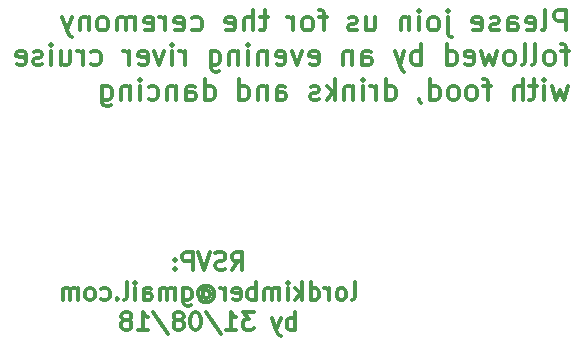
<source format=gbr>
G04 #@! TF.FileFunction,Legend,Bot*
%FSLAX46Y46*%
G04 Gerber Fmt 4.6, Leading zero omitted, Abs format (unit mm)*
G04 Created by KiCad (PCBNEW 4.0.7-e2-6376~58~ubuntu16.04.1) date Wed Jun 13 19:58:53 2018*
%MOMM*%
%LPD*%
G01*
G04 APERTURE LIST*
%ADD10C,0.100000*%
%ADD11C,0.300000*%
G04 APERTURE END LIST*
D10*
D11*
X149510499Y-106142071D02*
X150010499Y-105427786D01*
X150367642Y-106142071D02*
X150367642Y-104642071D01*
X149796214Y-104642071D01*
X149653356Y-104713500D01*
X149581928Y-104784929D01*
X149510499Y-104927786D01*
X149510499Y-105142071D01*
X149581928Y-105284929D01*
X149653356Y-105356357D01*
X149796214Y-105427786D01*
X150367642Y-105427786D01*
X148939071Y-106070643D02*
X148724785Y-106142071D01*
X148367642Y-106142071D01*
X148224785Y-106070643D01*
X148153356Y-105999214D01*
X148081928Y-105856357D01*
X148081928Y-105713500D01*
X148153356Y-105570643D01*
X148224785Y-105499214D01*
X148367642Y-105427786D01*
X148653356Y-105356357D01*
X148796214Y-105284929D01*
X148867642Y-105213500D01*
X148939071Y-105070643D01*
X148939071Y-104927786D01*
X148867642Y-104784929D01*
X148796214Y-104713500D01*
X148653356Y-104642071D01*
X148296214Y-104642071D01*
X148081928Y-104713500D01*
X147653357Y-104642071D02*
X147153357Y-106142071D01*
X146653357Y-104642071D01*
X146153357Y-106142071D02*
X146153357Y-104642071D01*
X145581929Y-104642071D01*
X145439071Y-104713500D01*
X145367643Y-104784929D01*
X145296214Y-104927786D01*
X145296214Y-105142071D01*
X145367643Y-105284929D01*
X145439071Y-105356357D01*
X145581929Y-105427786D01*
X146153357Y-105427786D01*
X144653357Y-105999214D02*
X144581929Y-106070643D01*
X144653357Y-106142071D01*
X144724786Y-106070643D01*
X144653357Y-105999214D01*
X144653357Y-106142071D01*
X144653357Y-105213500D02*
X144581929Y-105284929D01*
X144653357Y-105356357D01*
X144724786Y-105284929D01*
X144653357Y-105213500D01*
X144653357Y-105356357D01*
X159653356Y-108692071D02*
X159796214Y-108620643D01*
X159867642Y-108477786D01*
X159867642Y-107192071D01*
X158867642Y-108692071D02*
X159010500Y-108620643D01*
X159081928Y-108549214D01*
X159153357Y-108406357D01*
X159153357Y-107977786D01*
X159081928Y-107834929D01*
X159010500Y-107763500D01*
X158867642Y-107692071D01*
X158653357Y-107692071D01*
X158510500Y-107763500D01*
X158439071Y-107834929D01*
X158367642Y-107977786D01*
X158367642Y-108406357D01*
X158439071Y-108549214D01*
X158510500Y-108620643D01*
X158653357Y-108692071D01*
X158867642Y-108692071D01*
X157724785Y-108692071D02*
X157724785Y-107692071D01*
X157724785Y-107977786D02*
X157653357Y-107834929D01*
X157581928Y-107763500D01*
X157439071Y-107692071D01*
X157296214Y-107692071D01*
X156153357Y-108692071D02*
X156153357Y-107192071D01*
X156153357Y-108620643D02*
X156296214Y-108692071D01*
X156581928Y-108692071D01*
X156724786Y-108620643D01*
X156796214Y-108549214D01*
X156867643Y-108406357D01*
X156867643Y-107977786D01*
X156796214Y-107834929D01*
X156724786Y-107763500D01*
X156581928Y-107692071D01*
X156296214Y-107692071D01*
X156153357Y-107763500D01*
X155439071Y-108692071D02*
X155439071Y-107192071D01*
X155296214Y-108120643D02*
X154867643Y-108692071D01*
X154867643Y-107692071D02*
X155439071Y-108263500D01*
X154224785Y-108692071D02*
X154224785Y-107692071D01*
X154224785Y-107192071D02*
X154296214Y-107263500D01*
X154224785Y-107334929D01*
X154153357Y-107263500D01*
X154224785Y-107192071D01*
X154224785Y-107334929D01*
X153510499Y-108692071D02*
X153510499Y-107692071D01*
X153510499Y-107834929D02*
X153439071Y-107763500D01*
X153296213Y-107692071D01*
X153081928Y-107692071D01*
X152939071Y-107763500D01*
X152867642Y-107906357D01*
X152867642Y-108692071D01*
X152867642Y-107906357D02*
X152796213Y-107763500D01*
X152653356Y-107692071D01*
X152439071Y-107692071D01*
X152296213Y-107763500D01*
X152224785Y-107906357D01*
X152224785Y-108692071D01*
X151510499Y-108692071D02*
X151510499Y-107192071D01*
X151510499Y-107763500D02*
X151367642Y-107692071D01*
X151081928Y-107692071D01*
X150939071Y-107763500D01*
X150867642Y-107834929D01*
X150796213Y-107977786D01*
X150796213Y-108406357D01*
X150867642Y-108549214D01*
X150939071Y-108620643D01*
X151081928Y-108692071D01*
X151367642Y-108692071D01*
X151510499Y-108620643D01*
X149581928Y-108620643D02*
X149724785Y-108692071D01*
X150010499Y-108692071D01*
X150153356Y-108620643D01*
X150224785Y-108477786D01*
X150224785Y-107906357D01*
X150153356Y-107763500D01*
X150010499Y-107692071D01*
X149724785Y-107692071D01*
X149581928Y-107763500D01*
X149510499Y-107906357D01*
X149510499Y-108049214D01*
X150224785Y-108192071D01*
X148867642Y-108692071D02*
X148867642Y-107692071D01*
X148867642Y-107977786D02*
X148796214Y-107834929D01*
X148724785Y-107763500D01*
X148581928Y-107692071D01*
X148439071Y-107692071D01*
X147010500Y-107977786D02*
X147081928Y-107906357D01*
X147224785Y-107834929D01*
X147367643Y-107834929D01*
X147510500Y-107906357D01*
X147581928Y-107977786D01*
X147653357Y-108120643D01*
X147653357Y-108263500D01*
X147581928Y-108406357D01*
X147510500Y-108477786D01*
X147367643Y-108549214D01*
X147224785Y-108549214D01*
X147081928Y-108477786D01*
X147010500Y-108406357D01*
X147010500Y-107834929D02*
X147010500Y-108406357D01*
X146939071Y-108477786D01*
X146867643Y-108477786D01*
X146724785Y-108406357D01*
X146653357Y-108263500D01*
X146653357Y-107906357D01*
X146796214Y-107692071D01*
X147010500Y-107549214D01*
X147296214Y-107477786D01*
X147581928Y-107549214D01*
X147796214Y-107692071D01*
X147939071Y-107906357D01*
X148010500Y-108192071D01*
X147939071Y-108477786D01*
X147796214Y-108692071D01*
X147581928Y-108834929D01*
X147296214Y-108906357D01*
X147010500Y-108834929D01*
X146796214Y-108692071D01*
X145367643Y-107692071D02*
X145367643Y-108906357D01*
X145439072Y-109049214D01*
X145510500Y-109120643D01*
X145653357Y-109192071D01*
X145867643Y-109192071D01*
X146010500Y-109120643D01*
X145367643Y-108620643D02*
X145510500Y-108692071D01*
X145796214Y-108692071D01*
X145939072Y-108620643D01*
X146010500Y-108549214D01*
X146081929Y-108406357D01*
X146081929Y-107977786D01*
X146010500Y-107834929D01*
X145939072Y-107763500D01*
X145796214Y-107692071D01*
X145510500Y-107692071D01*
X145367643Y-107763500D01*
X144653357Y-108692071D02*
X144653357Y-107692071D01*
X144653357Y-107834929D02*
X144581929Y-107763500D01*
X144439071Y-107692071D01*
X144224786Y-107692071D01*
X144081929Y-107763500D01*
X144010500Y-107906357D01*
X144010500Y-108692071D01*
X144010500Y-107906357D02*
X143939071Y-107763500D01*
X143796214Y-107692071D01*
X143581929Y-107692071D01*
X143439071Y-107763500D01*
X143367643Y-107906357D01*
X143367643Y-108692071D01*
X142010500Y-108692071D02*
X142010500Y-107906357D01*
X142081929Y-107763500D01*
X142224786Y-107692071D01*
X142510500Y-107692071D01*
X142653357Y-107763500D01*
X142010500Y-108620643D02*
X142153357Y-108692071D01*
X142510500Y-108692071D01*
X142653357Y-108620643D01*
X142724786Y-108477786D01*
X142724786Y-108334929D01*
X142653357Y-108192071D01*
X142510500Y-108120643D01*
X142153357Y-108120643D01*
X142010500Y-108049214D01*
X141296214Y-108692071D02*
X141296214Y-107692071D01*
X141296214Y-107192071D02*
X141367643Y-107263500D01*
X141296214Y-107334929D01*
X141224786Y-107263500D01*
X141296214Y-107192071D01*
X141296214Y-107334929D01*
X140367642Y-108692071D02*
X140510500Y-108620643D01*
X140581928Y-108477786D01*
X140581928Y-107192071D01*
X139796214Y-108549214D02*
X139724786Y-108620643D01*
X139796214Y-108692071D01*
X139867643Y-108620643D01*
X139796214Y-108549214D01*
X139796214Y-108692071D01*
X138439071Y-108620643D02*
X138581928Y-108692071D01*
X138867642Y-108692071D01*
X139010500Y-108620643D01*
X139081928Y-108549214D01*
X139153357Y-108406357D01*
X139153357Y-107977786D01*
X139081928Y-107834929D01*
X139010500Y-107763500D01*
X138867642Y-107692071D01*
X138581928Y-107692071D01*
X138439071Y-107763500D01*
X137581928Y-108692071D02*
X137724786Y-108620643D01*
X137796214Y-108549214D01*
X137867643Y-108406357D01*
X137867643Y-107977786D01*
X137796214Y-107834929D01*
X137724786Y-107763500D01*
X137581928Y-107692071D01*
X137367643Y-107692071D01*
X137224786Y-107763500D01*
X137153357Y-107834929D01*
X137081928Y-107977786D01*
X137081928Y-108406357D01*
X137153357Y-108549214D01*
X137224786Y-108620643D01*
X137367643Y-108692071D01*
X137581928Y-108692071D01*
X136439071Y-108692071D02*
X136439071Y-107692071D01*
X136439071Y-107834929D02*
X136367643Y-107763500D01*
X136224785Y-107692071D01*
X136010500Y-107692071D01*
X135867643Y-107763500D01*
X135796214Y-107906357D01*
X135796214Y-108692071D01*
X135796214Y-107906357D02*
X135724785Y-107763500D01*
X135581928Y-107692071D01*
X135367643Y-107692071D01*
X135224785Y-107763500D01*
X135153357Y-107906357D01*
X135153357Y-108692071D01*
X154831927Y-111242071D02*
X154831927Y-109742071D01*
X154831927Y-110313500D02*
X154689070Y-110242071D01*
X154403356Y-110242071D01*
X154260499Y-110313500D01*
X154189070Y-110384929D01*
X154117641Y-110527786D01*
X154117641Y-110956357D01*
X154189070Y-111099214D01*
X154260499Y-111170643D01*
X154403356Y-111242071D01*
X154689070Y-111242071D01*
X154831927Y-111170643D01*
X153617641Y-110242071D02*
X153260498Y-111242071D01*
X152903356Y-110242071D02*
X153260498Y-111242071D01*
X153403356Y-111599214D01*
X153474784Y-111670643D01*
X153617641Y-111742071D01*
X151331927Y-109742071D02*
X150403356Y-109742071D01*
X150903356Y-110313500D01*
X150689070Y-110313500D01*
X150546213Y-110384929D01*
X150474784Y-110456357D01*
X150403356Y-110599214D01*
X150403356Y-110956357D01*
X150474784Y-111099214D01*
X150546213Y-111170643D01*
X150689070Y-111242071D01*
X151117642Y-111242071D01*
X151260499Y-111170643D01*
X151331927Y-111099214D01*
X148974785Y-111242071D02*
X149831928Y-111242071D01*
X149403356Y-111242071D02*
X149403356Y-109742071D01*
X149546213Y-109956357D01*
X149689071Y-110099214D01*
X149831928Y-110170643D01*
X147260500Y-109670643D02*
X148546214Y-111599214D01*
X146474785Y-109742071D02*
X146331928Y-109742071D01*
X146189071Y-109813500D01*
X146117642Y-109884929D01*
X146046213Y-110027786D01*
X145974785Y-110313500D01*
X145974785Y-110670643D01*
X146046213Y-110956357D01*
X146117642Y-111099214D01*
X146189071Y-111170643D01*
X146331928Y-111242071D01*
X146474785Y-111242071D01*
X146617642Y-111170643D01*
X146689071Y-111099214D01*
X146760499Y-110956357D01*
X146831928Y-110670643D01*
X146831928Y-110313500D01*
X146760499Y-110027786D01*
X146689071Y-109884929D01*
X146617642Y-109813500D01*
X146474785Y-109742071D01*
X145117642Y-110384929D02*
X145260500Y-110313500D01*
X145331928Y-110242071D01*
X145403357Y-110099214D01*
X145403357Y-110027786D01*
X145331928Y-109884929D01*
X145260500Y-109813500D01*
X145117642Y-109742071D01*
X144831928Y-109742071D01*
X144689071Y-109813500D01*
X144617642Y-109884929D01*
X144546214Y-110027786D01*
X144546214Y-110099214D01*
X144617642Y-110242071D01*
X144689071Y-110313500D01*
X144831928Y-110384929D01*
X145117642Y-110384929D01*
X145260500Y-110456357D01*
X145331928Y-110527786D01*
X145403357Y-110670643D01*
X145403357Y-110956357D01*
X145331928Y-111099214D01*
X145260500Y-111170643D01*
X145117642Y-111242071D01*
X144831928Y-111242071D01*
X144689071Y-111170643D01*
X144617642Y-111099214D01*
X144546214Y-110956357D01*
X144546214Y-110670643D01*
X144617642Y-110527786D01*
X144689071Y-110456357D01*
X144831928Y-110384929D01*
X142831929Y-109670643D02*
X144117643Y-111599214D01*
X141546214Y-111242071D02*
X142403357Y-111242071D01*
X141974785Y-111242071D02*
X141974785Y-109742071D01*
X142117642Y-109956357D01*
X142260500Y-110099214D01*
X142403357Y-110170643D01*
X140689071Y-110384929D02*
X140831929Y-110313500D01*
X140903357Y-110242071D01*
X140974786Y-110099214D01*
X140974786Y-110027786D01*
X140903357Y-109884929D01*
X140831929Y-109813500D01*
X140689071Y-109742071D01*
X140403357Y-109742071D01*
X140260500Y-109813500D01*
X140189071Y-109884929D01*
X140117643Y-110027786D01*
X140117643Y-110099214D01*
X140189071Y-110242071D01*
X140260500Y-110313500D01*
X140403357Y-110384929D01*
X140689071Y-110384929D01*
X140831929Y-110456357D01*
X140903357Y-110527786D01*
X140974786Y-110670643D01*
X140974786Y-110956357D01*
X140903357Y-111099214D01*
X140831929Y-111170643D01*
X140689071Y-111242071D01*
X140403357Y-111242071D01*
X140260500Y-111170643D01*
X140189071Y-111099214D01*
X140117643Y-110956357D01*
X140117643Y-110670643D01*
X140189071Y-110527786D01*
X140260500Y-110456357D01*
X140403357Y-110384929D01*
X177764333Y-85877667D02*
X177764333Y-84127667D01*
X177097667Y-84127667D01*
X176931000Y-84211000D01*
X176847667Y-84294333D01*
X176764333Y-84461000D01*
X176764333Y-84711000D01*
X176847667Y-84877667D01*
X176931000Y-84961000D01*
X177097667Y-85044333D01*
X177764333Y-85044333D01*
X175764333Y-85877667D02*
X175931000Y-85794333D01*
X176014333Y-85627667D01*
X176014333Y-84127667D01*
X174431000Y-85794333D02*
X174597666Y-85877667D01*
X174931000Y-85877667D01*
X175097666Y-85794333D01*
X175181000Y-85627667D01*
X175181000Y-84961000D01*
X175097666Y-84794333D01*
X174931000Y-84711000D01*
X174597666Y-84711000D01*
X174431000Y-84794333D01*
X174347666Y-84961000D01*
X174347666Y-85127667D01*
X175181000Y-85294333D01*
X172847666Y-85877667D02*
X172847666Y-84961000D01*
X172931000Y-84794333D01*
X173097666Y-84711000D01*
X173431000Y-84711000D01*
X173597666Y-84794333D01*
X172847666Y-85794333D02*
X173014333Y-85877667D01*
X173431000Y-85877667D01*
X173597666Y-85794333D01*
X173681000Y-85627667D01*
X173681000Y-85461000D01*
X173597666Y-85294333D01*
X173431000Y-85211000D01*
X173014333Y-85211000D01*
X172847666Y-85127667D01*
X172097667Y-85794333D02*
X171931000Y-85877667D01*
X171597667Y-85877667D01*
X171431000Y-85794333D01*
X171347667Y-85627667D01*
X171347667Y-85544333D01*
X171431000Y-85377667D01*
X171597667Y-85294333D01*
X171847667Y-85294333D01*
X172014333Y-85211000D01*
X172097667Y-85044333D01*
X172097667Y-84961000D01*
X172014333Y-84794333D01*
X171847667Y-84711000D01*
X171597667Y-84711000D01*
X171431000Y-84794333D01*
X169931000Y-85794333D02*
X170097666Y-85877667D01*
X170431000Y-85877667D01*
X170597666Y-85794333D01*
X170681000Y-85627667D01*
X170681000Y-84961000D01*
X170597666Y-84794333D01*
X170431000Y-84711000D01*
X170097666Y-84711000D01*
X169931000Y-84794333D01*
X169847666Y-84961000D01*
X169847666Y-85127667D01*
X170681000Y-85294333D01*
X167764333Y-84711000D02*
X167764333Y-86211000D01*
X167847667Y-86377667D01*
X168014333Y-86461000D01*
X168097667Y-86461000D01*
X167764333Y-84127667D02*
X167847667Y-84211000D01*
X167764333Y-84294333D01*
X167681000Y-84211000D01*
X167764333Y-84127667D01*
X167764333Y-84294333D01*
X166681000Y-85877667D02*
X166847667Y-85794333D01*
X166931000Y-85711000D01*
X167014334Y-85544333D01*
X167014334Y-85044333D01*
X166931000Y-84877667D01*
X166847667Y-84794333D01*
X166681000Y-84711000D01*
X166431000Y-84711000D01*
X166264334Y-84794333D01*
X166181000Y-84877667D01*
X166097667Y-85044333D01*
X166097667Y-85544333D01*
X166181000Y-85711000D01*
X166264334Y-85794333D01*
X166431000Y-85877667D01*
X166681000Y-85877667D01*
X165347667Y-85877667D02*
X165347667Y-84711000D01*
X165347667Y-84127667D02*
X165431001Y-84211000D01*
X165347667Y-84294333D01*
X165264334Y-84211000D01*
X165347667Y-84127667D01*
X165347667Y-84294333D01*
X164514334Y-84711000D02*
X164514334Y-85877667D01*
X164514334Y-84877667D02*
X164431001Y-84794333D01*
X164264334Y-84711000D01*
X164014334Y-84711000D01*
X163847668Y-84794333D01*
X163764334Y-84961000D01*
X163764334Y-85877667D01*
X160847668Y-84711000D02*
X160847668Y-85877667D01*
X161597668Y-84711000D02*
X161597668Y-85627667D01*
X161514335Y-85794333D01*
X161347668Y-85877667D01*
X161097668Y-85877667D01*
X160931002Y-85794333D01*
X160847668Y-85711000D01*
X160097669Y-85794333D02*
X159931002Y-85877667D01*
X159597669Y-85877667D01*
X159431002Y-85794333D01*
X159347669Y-85627667D01*
X159347669Y-85544333D01*
X159431002Y-85377667D01*
X159597669Y-85294333D01*
X159847669Y-85294333D01*
X160014335Y-85211000D01*
X160097669Y-85044333D01*
X160097669Y-84961000D01*
X160014335Y-84794333D01*
X159847669Y-84711000D01*
X159597669Y-84711000D01*
X159431002Y-84794333D01*
X157514335Y-84711000D02*
X156847669Y-84711000D01*
X157264335Y-85877667D02*
X157264335Y-84377667D01*
X157181002Y-84211000D01*
X157014335Y-84127667D01*
X156847669Y-84127667D01*
X156014335Y-85877667D02*
X156181002Y-85794333D01*
X156264335Y-85711000D01*
X156347669Y-85544333D01*
X156347669Y-85044333D01*
X156264335Y-84877667D01*
X156181002Y-84794333D01*
X156014335Y-84711000D01*
X155764335Y-84711000D01*
X155597669Y-84794333D01*
X155514335Y-84877667D01*
X155431002Y-85044333D01*
X155431002Y-85544333D01*
X155514335Y-85711000D01*
X155597669Y-85794333D01*
X155764335Y-85877667D01*
X156014335Y-85877667D01*
X154681002Y-85877667D02*
X154681002Y-84711000D01*
X154681002Y-85044333D02*
X154597669Y-84877667D01*
X154514336Y-84794333D01*
X154347669Y-84711000D01*
X154181002Y-84711000D01*
X152514336Y-84711000D02*
X151847670Y-84711000D01*
X152264336Y-84127667D02*
X152264336Y-85627667D01*
X152181003Y-85794333D01*
X152014336Y-85877667D01*
X151847670Y-85877667D01*
X151264336Y-85877667D02*
X151264336Y-84127667D01*
X150514336Y-85877667D02*
X150514336Y-84961000D01*
X150597670Y-84794333D01*
X150764336Y-84711000D01*
X151014336Y-84711000D01*
X151181003Y-84794333D01*
X151264336Y-84877667D01*
X149014337Y-85794333D02*
X149181003Y-85877667D01*
X149514337Y-85877667D01*
X149681003Y-85794333D01*
X149764337Y-85627667D01*
X149764337Y-84961000D01*
X149681003Y-84794333D01*
X149514337Y-84711000D01*
X149181003Y-84711000D01*
X149014337Y-84794333D01*
X148931003Y-84961000D01*
X148931003Y-85127667D01*
X149764337Y-85294333D01*
X146097670Y-85794333D02*
X146264337Y-85877667D01*
X146597670Y-85877667D01*
X146764337Y-85794333D01*
X146847670Y-85711000D01*
X146931004Y-85544333D01*
X146931004Y-85044333D01*
X146847670Y-84877667D01*
X146764337Y-84794333D01*
X146597670Y-84711000D01*
X146264337Y-84711000D01*
X146097670Y-84794333D01*
X144681004Y-85794333D02*
X144847670Y-85877667D01*
X145181004Y-85877667D01*
X145347670Y-85794333D01*
X145431004Y-85627667D01*
X145431004Y-84961000D01*
X145347670Y-84794333D01*
X145181004Y-84711000D01*
X144847670Y-84711000D01*
X144681004Y-84794333D01*
X144597670Y-84961000D01*
X144597670Y-85127667D01*
X145431004Y-85294333D01*
X143847670Y-85877667D02*
X143847670Y-84711000D01*
X143847670Y-85044333D02*
X143764337Y-84877667D01*
X143681004Y-84794333D01*
X143514337Y-84711000D01*
X143347670Y-84711000D01*
X142097671Y-85794333D02*
X142264337Y-85877667D01*
X142597671Y-85877667D01*
X142764337Y-85794333D01*
X142847671Y-85627667D01*
X142847671Y-84961000D01*
X142764337Y-84794333D01*
X142597671Y-84711000D01*
X142264337Y-84711000D01*
X142097671Y-84794333D01*
X142014337Y-84961000D01*
X142014337Y-85127667D01*
X142847671Y-85294333D01*
X141264337Y-85877667D02*
X141264337Y-84711000D01*
X141264337Y-84877667D02*
X141181004Y-84794333D01*
X141014337Y-84711000D01*
X140764337Y-84711000D01*
X140597671Y-84794333D01*
X140514337Y-84961000D01*
X140514337Y-85877667D01*
X140514337Y-84961000D02*
X140431004Y-84794333D01*
X140264337Y-84711000D01*
X140014337Y-84711000D01*
X139847671Y-84794333D01*
X139764337Y-84961000D01*
X139764337Y-85877667D01*
X138681004Y-85877667D02*
X138847671Y-85794333D01*
X138931004Y-85711000D01*
X139014338Y-85544333D01*
X139014338Y-85044333D01*
X138931004Y-84877667D01*
X138847671Y-84794333D01*
X138681004Y-84711000D01*
X138431004Y-84711000D01*
X138264338Y-84794333D01*
X138181004Y-84877667D01*
X138097671Y-85044333D01*
X138097671Y-85544333D01*
X138181004Y-85711000D01*
X138264338Y-85794333D01*
X138431004Y-85877667D01*
X138681004Y-85877667D01*
X137347671Y-84711000D02*
X137347671Y-85877667D01*
X137347671Y-84877667D02*
X137264338Y-84794333D01*
X137097671Y-84711000D01*
X136847671Y-84711000D01*
X136681005Y-84794333D01*
X136597671Y-84961000D01*
X136597671Y-85877667D01*
X135931005Y-84711000D02*
X135514338Y-85877667D01*
X135097672Y-84711000D02*
X135514338Y-85877667D01*
X135681005Y-86294333D01*
X135764338Y-86377667D01*
X135931005Y-86461000D01*
X178014333Y-87636000D02*
X177347667Y-87636000D01*
X177764333Y-88802667D02*
X177764333Y-87302667D01*
X177681000Y-87136000D01*
X177514333Y-87052667D01*
X177347667Y-87052667D01*
X176514333Y-88802667D02*
X176681000Y-88719333D01*
X176764333Y-88636000D01*
X176847667Y-88469333D01*
X176847667Y-87969333D01*
X176764333Y-87802667D01*
X176681000Y-87719333D01*
X176514333Y-87636000D01*
X176264333Y-87636000D01*
X176097667Y-87719333D01*
X176014333Y-87802667D01*
X175931000Y-87969333D01*
X175931000Y-88469333D01*
X176014333Y-88636000D01*
X176097667Y-88719333D01*
X176264333Y-88802667D01*
X176514333Y-88802667D01*
X174931000Y-88802667D02*
X175097667Y-88719333D01*
X175181000Y-88552667D01*
X175181000Y-87052667D01*
X174014333Y-88802667D02*
X174181000Y-88719333D01*
X174264333Y-88552667D01*
X174264333Y-87052667D01*
X173097666Y-88802667D02*
X173264333Y-88719333D01*
X173347666Y-88636000D01*
X173431000Y-88469333D01*
X173431000Y-87969333D01*
X173347666Y-87802667D01*
X173264333Y-87719333D01*
X173097666Y-87636000D01*
X172847666Y-87636000D01*
X172681000Y-87719333D01*
X172597666Y-87802667D01*
X172514333Y-87969333D01*
X172514333Y-88469333D01*
X172597666Y-88636000D01*
X172681000Y-88719333D01*
X172847666Y-88802667D01*
X173097666Y-88802667D01*
X171931000Y-87636000D02*
X171597667Y-88802667D01*
X171264333Y-87969333D01*
X170931000Y-88802667D01*
X170597667Y-87636000D01*
X169264334Y-88719333D02*
X169431000Y-88802667D01*
X169764334Y-88802667D01*
X169931000Y-88719333D01*
X170014334Y-88552667D01*
X170014334Y-87886000D01*
X169931000Y-87719333D01*
X169764334Y-87636000D01*
X169431000Y-87636000D01*
X169264334Y-87719333D01*
X169181000Y-87886000D01*
X169181000Y-88052667D01*
X170014334Y-88219333D01*
X167681000Y-88802667D02*
X167681000Y-87052667D01*
X167681000Y-88719333D02*
X167847667Y-88802667D01*
X168181000Y-88802667D01*
X168347667Y-88719333D01*
X168431000Y-88636000D01*
X168514334Y-88469333D01*
X168514334Y-87969333D01*
X168431000Y-87802667D01*
X168347667Y-87719333D01*
X168181000Y-87636000D01*
X167847667Y-87636000D01*
X167681000Y-87719333D01*
X165514334Y-88802667D02*
X165514334Y-87052667D01*
X165514334Y-87719333D02*
X165347668Y-87636000D01*
X165014334Y-87636000D01*
X164847668Y-87719333D01*
X164764334Y-87802667D01*
X164681001Y-87969333D01*
X164681001Y-88469333D01*
X164764334Y-88636000D01*
X164847668Y-88719333D01*
X165014334Y-88802667D01*
X165347668Y-88802667D01*
X165514334Y-88719333D01*
X164097668Y-87636000D02*
X163681001Y-88802667D01*
X163264335Y-87636000D02*
X163681001Y-88802667D01*
X163847668Y-89219333D01*
X163931001Y-89302667D01*
X164097668Y-89386000D01*
X160514335Y-88802667D02*
X160514335Y-87886000D01*
X160597669Y-87719333D01*
X160764335Y-87636000D01*
X161097669Y-87636000D01*
X161264335Y-87719333D01*
X160514335Y-88719333D02*
X160681002Y-88802667D01*
X161097669Y-88802667D01*
X161264335Y-88719333D01*
X161347669Y-88552667D01*
X161347669Y-88386000D01*
X161264335Y-88219333D01*
X161097669Y-88136000D01*
X160681002Y-88136000D01*
X160514335Y-88052667D01*
X159681002Y-87636000D02*
X159681002Y-88802667D01*
X159681002Y-87802667D02*
X159597669Y-87719333D01*
X159431002Y-87636000D01*
X159181002Y-87636000D01*
X159014336Y-87719333D01*
X158931002Y-87886000D01*
X158931002Y-88802667D01*
X156097670Y-88719333D02*
X156264336Y-88802667D01*
X156597670Y-88802667D01*
X156764336Y-88719333D01*
X156847670Y-88552667D01*
X156847670Y-87886000D01*
X156764336Y-87719333D01*
X156597670Y-87636000D01*
X156264336Y-87636000D01*
X156097670Y-87719333D01*
X156014336Y-87886000D01*
X156014336Y-88052667D01*
X156847670Y-88219333D01*
X155431003Y-87636000D02*
X155014336Y-88802667D01*
X154597670Y-87636000D01*
X153264337Y-88719333D02*
X153431003Y-88802667D01*
X153764337Y-88802667D01*
X153931003Y-88719333D01*
X154014337Y-88552667D01*
X154014337Y-87886000D01*
X153931003Y-87719333D01*
X153764337Y-87636000D01*
X153431003Y-87636000D01*
X153264337Y-87719333D01*
X153181003Y-87886000D01*
X153181003Y-88052667D01*
X154014337Y-88219333D01*
X152431003Y-87636000D02*
X152431003Y-88802667D01*
X152431003Y-87802667D02*
X152347670Y-87719333D01*
X152181003Y-87636000D01*
X151931003Y-87636000D01*
X151764337Y-87719333D01*
X151681003Y-87886000D01*
X151681003Y-88802667D01*
X150847670Y-88802667D02*
X150847670Y-87636000D01*
X150847670Y-87052667D02*
X150931004Y-87136000D01*
X150847670Y-87219333D01*
X150764337Y-87136000D01*
X150847670Y-87052667D01*
X150847670Y-87219333D01*
X150014337Y-87636000D02*
X150014337Y-88802667D01*
X150014337Y-87802667D02*
X149931004Y-87719333D01*
X149764337Y-87636000D01*
X149514337Y-87636000D01*
X149347671Y-87719333D01*
X149264337Y-87886000D01*
X149264337Y-88802667D01*
X147681004Y-87636000D02*
X147681004Y-89052667D01*
X147764338Y-89219333D01*
X147847671Y-89302667D01*
X148014338Y-89386000D01*
X148264338Y-89386000D01*
X148431004Y-89302667D01*
X147681004Y-88719333D02*
X147847671Y-88802667D01*
X148181004Y-88802667D01*
X148347671Y-88719333D01*
X148431004Y-88636000D01*
X148514338Y-88469333D01*
X148514338Y-87969333D01*
X148431004Y-87802667D01*
X148347671Y-87719333D01*
X148181004Y-87636000D01*
X147847671Y-87636000D01*
X147681004Y-87719333D01*
X145514338Y-88802667D02*
X145514338Y-87636000D01*
X145514338Y-87969333D02*
X145431005Y-87802667D01*
X145347672Y-87719333D01*
X145181005Y-87636000D01*
X145014338Y-87636000D01*
X144431005Y-88802667D02*
X144431005Y-87636000D01*
X144431005Y-87052667D02*
X144514339Y-87136000D01*
X144431005Y-87219333D01*
X144347672Y-87136000D01*
X144431005Y-87052667D01*
X144431005Y-87219333D01*
X143764339Y-87636000D02*
X143347672Y-88802667D01*
X142931006Y-87636000D01*
X141597673Y-88719333D02*
X141764339Y-88802667D01*
X142097673Y-88802667D01*
X142264339Y-88719333D01*
X142347673Y-88552667D01*
X142347673Y-87886000D01*
X142264339Y-87719333D01*
X142097673Y-87636000D01*
X141764339Y-87636000D01*
X141597673Y-87719333D01*
X141514339Y-87886000D01*
X141514339Y-88052667D01*
X142347673Y-88219333D01*
X140764339Y-88802667D02*
X140764339Y-87636000D01*
X140764339Y-87969333D02*
X140681006Y-87802667D01*
X140597673Y-87719333D01*
X140431006Y-87636000D01*
X140264339Y-87636000D01*
X137597673Y-88719333D02*
X137764340Y-88802667D01*
X138097673Y-88802667D01*
X138264340Y-88719333D01*
X138347673Y-88636000D01*
X138431007Y-88469333D01*
X138431007Y-87969333D01*
X138347673Y-87802667D01*
X138264340Y-87719333D01*
X138097673Y-87636000D01*
X137764340Y-87636000D01*
X137597673Y-87719333D01*
X136847673Y-88802667D02*
X136847673Y-87636000D01*
X136847673Y-87969333D02*
X136764340Y-87802667D01*
X136681007Y-87719333D01*
X136514340Y-87636000D01*
X136347673Y-87636000D01*
X135014340Y-87636000D02*
X135014340Y-88802667D01*
X135764340Y-87636000D02*
X135764340Y-88552667D01*
X135681007Y-88719333D01*
X135514340Y-88802667D01*
X135264340Y-88802667D01*
X135097674Y-88719333D01*
X135014340Y-88636000D01*
X134181007Y-88802667D02*
X134181007Y-87636000D01*
X134181007Y-87052667D02*
X134264341Y-87136000D01*
X134181007Y-87219333D01*
X134097674Y-87136000D01*
X134181007Y-87052667D01*
X134181007Y-87219333D01*
X133431008Y-88719333D02*
X133264341Y-88802667D01*
X132931008Y-88802667D01*
X132764341Y-88719333D01*
X132681008Y-88552667D01*
X132681008Y-88469333D01*
X132764341Y-88302667D01*
X132931008Y-88219333D01*
X133181008Y-88219333D01*
X133347674Y-88136000D01*
X133431008Y-87969333D01*
X133431008Y-87886000D01*
X133347674Y-87719333D01*
X133181008Y-87636000D01*
X132931008Y-87636000D01*
X132764341Y-87719333D01*
X131264341Y-88719333D02*
X131431007Y-88802667D01*
X131764341Y-88802667D01*
X131931007Y-88719333D01*
X132014341Y-88552667D01*
X132014341Y-87886000D01*
X131931007Y-87719333D01*
X131764341Y-87636000D01*
X131431007Y-87636000D01*
X131264341Y-87719333D01*
X131181007Y-87886000D01*
X131181007Y-88052667D01*
X132014341Y-88219333D01*
X177931000Y-90561000D02*
X177597667Y-91727667D01*
X177264333Y-90894333D01*
X176931000Y-91727667D01*
X176597667Y-90561000D01*
X175931000Y-91727667D02*
X175931000Y-90561000D01*
X175931000Y-89977667D02*
X176014334Y-90061000D01*
X175931000Y-90144333D01*
X175847667Y-90061000D01*
X175931000Y-89977667D01*
X175931000Y-90144333D01*
X175347667Y-90561000D02*
X174681001Y-90561000D01*
X175097667Y-89977667D02*
X175097667Y-91477667D01*
X175014334Y-91644333D01*
X174847667Y-91727667D01*
X174681001Y-91727667D01*
X174097667Y-91727667D02*
X174097667Y-89977667D01*
X173347667Y-91727667D02*
X173347667Y-90811000D01*
X173431001Y-90644333D01*
X173597667Y-90561000D01*
X173847667Y-90561000D01*
X174014334Y-90644333D01*
X174097667Y-90727667D01*
X171431001Y-90561000D02*
X170764335Y-90561000D01*
X171181001Y-91727667D02*
X171181001Y-90227667D01*
X171097668Y-90061000D01*
X170931001Y-89977667D01*
X170764335Y-89977667D01*
X169931001Y-91727667D02*
X170097668Y-91644333D01*
X170181001Y-91561000D01*
X170264335Y-91394333D01*
X170264335Y-90894333D01*
X170181001Y-90727667D01*
X170097668Y-90644333D01*
X169931001Y-90561000D01*
X169681001Y-90561000D01*
X169514335Y-90644333D01*
X169431001Y-90727667D01*
X169347668Y-90894333D01*
X169347668Y-91394333D01*
X169431001Y-91561000D01*
X169514335Y-91644333D01*
X169681001Y-91727667D01*
X169931001Y-91727667D01*
X168347668Y-91727667D02*
X168514335Y-91644333D01*
X168597668Y-91561000D01*
X168681002Y-91394333D01*
X168681002Y-90894333D01*
X168597668Y-90727667D01*
X168514335Y-90644333D01*
X168347668Y-90561000D01*
X168097668Y-90561000D01*
X167931002Y-90644333D01*
X167847668Y-90727667D01*
X167764335Y-90894333D01*
X167764335Y-91394333D01*
X167847668Y-91561000D01*
X167931002Y-91644333D01*
X168097668Y-91727667D01*
X168347668Y-91727667D01*
X166264335Y-91727667D02*
X166264335Y-89977667D01*
X166264335Y-91644333D02*
X166431002Y-91727667D01*
X166764335Y-91727667D01*
X166931002Y-91644333D01*
X167014335Y-91561000D01*
X167097669Y-91394333D01*
X167097669Y-90894333D01*
X167014335Y-90727667D01*
X166931002Y-90644333D01*
X166764335Y-90561000D01*
X166431002Y-90561000D01*
X166264335Y-90644333D01*
X165347669Y-91644333D02*
X165347669Y-91727667D01*
X165431002Y-91894333D01*
X165514336Y-91977667D01*
X162514336Y-91727667D02*
X162514336Y-89977667D01*
X162514336Y-91644333D02*
X162681003Y-91727667D01*
X163014336Y-91727667D01*
X163181003Y-91644333D01*
X163264336Y-91561000D01*
X163347670Y-91394333D01*
X163347670Y-90894333D01*
X163264336Y-90727667D01*
X163181003Y-90644333D01*
X163014336Y-90561000D01*
X162681003Y-90561000D01*
X162514336Y-90644333D01*
X161681003Y-91727667D02*
X161681003Y-90561000D01*
X161681003Y-90894333D02*
X161597670Y-90727667D01*
X161514337Y-90644333D01*
X161347670Y-90561000D01*
X161181003Y-90561000D01*
X160597670Y-91727667D02*
X160597670Y-90561000D01*
X160597670Y-89977667D02*
X160681004Y-90061000D01*
X160597670Y-90144333D01*
X160514337Y-90061000D01*
X160597670Y-89977667D01*
X160597670Y-90144333D01*
X159764337Y-90561000D02*
X159764337Y-91727667D01*
X159764337Y-90727667D02*
X159681004Y-90644333D01*
X159514337Y-90561000D01*
X159264337Y-90561000D01*
X159097671Y-90644333D01*
X159014337Y-90811000D01*
X159014337Y-91727667D01*
X158181004Y-91727667D02*
X158181004Y-89977667D01*
X158014338Y-91061000D02*
X157514338Y-91727667D01*
X157514338Y-90561000D02*
X158181004Y-91227667D01*
X156847671Y-91644333D02*
X156681004Y-91727667D01*
X156347671Y-91727667D01*
X156181004Y-91644333D01*
X156097671Y-91477667D01*
X156097671Y-91394333D01*
X156181004Y-91227667D01*
X156347671Y-91144333D01*
X156597671Y-91144333D01*
X156764337Y-91061000D01*
X156847671Y-90894333D01*
X156847671Y-90811000D01*
X156764337Y-90644333D01*
X156597671Y-90561000D01*
X156347671Y-90561000D01*
X156181004Y-90644333D01*
X153264337Y-91727667D02*
X153264337Y-90811000D01*
X153347671Y-90644333D01*
X153514337Y-90561000D01*
X153847671Y-90561000D01*
X154014337Y-90644333D01*
X153264337Y-91644333D02*
X153431004Y-91727667D01*
X153847671Y-91727667D01*
X154014337Y-91644333D01*
X154097671Y-91477667D01*
X154097671Y-91311000D01*
X154014337Y-91144333D01*
X153847671Y-91061000D01*
X153431004Y-91061000D01*
X153264337Y-90977667D01*
X152431004Y-90561000D02*
X152431004Y-91727667D01*
X152431004Y-90727667D02*
X152347671Y-90644333D01*
X152181004Y-90561000D01*
X151931004Y-90561000D01*
X151764338Y-90644333D01*
X151681004Y-90811000D01*
X151681004Y-91727667D01*
X150097671Y-91727667D02*
X150097671Y-89977667D01*
X150097671Y-91644333D02*
X150264338Y-91727667D01*
X150597671Y-91727667D01*
X150764338Y-91644333D01*
X150847671Y-91561000D01*
X150931005Y-91394333D01*
X150931005Y-90894333D01*
X150847671Y-90727667D01*
X150764338Y-90644333D01*
X150597671Y-90561000D01*
X150264338Y-90561000D01*
X150097671Y-90644333D01*
X147181005Y-91727667D02*
X147181005Y-89977667D01*
X147181005Y-91644333D02*
X147347672Y-91727667D01*
X147681005Y-91727667D01*
X147847672Y-91644333D01*
X147931005Y-91561000D01*
X148014339Y-91394333D01*
X148014339Y-90894333D01*
X147931005Y-90727667D01*
X147847672Y-90644333D01*
X147681005Y-90561000D01*
X147347672Y-90561000D01*
X147181005Y-90644333D01*
X145597672Y-91727667D02*
X145597672Y-90811000D01*
X145681006Y-90644333D01*
X145847672Y-90561000D01*
X146181006Y-90561000D01*
X146347672Y-90644333D01*
X145597672Y-91644333D02*
X145764339Y-91727667D01*
X146181006Y-91727667D01*
X146347672Y-91644333D01*
X146431006Y-91477667D01*
X146431006Y-91311000D01*
X146347672Y-91144333D01*
X146181006Y-91061000D01*
X145764339Y-91061000D01*
X145597672Y-90977667D01*
X144764339Y-90561000D02*
X144764339Y-91727667D01*
X144764339Y-90727667D02*
X144681006Y-90644333D01*
X144514339Y-90561000D01*
X144264339Y-90561000D01*
X144097673Y-90644333D01*
X144014339Y-90811000D01*
X144014339Y-91727667D01*
X142431006Y-91644333D02*
X142597673Y-91727667D01*
X142931006Y-91727667D01*
X143097673Y-91644333D01*
X143181006Y-91561000D01*
X143264340Y-91394333D01*
X143264340Y-90894333D01*
X143181006Y-90727667D01*
X143097673Y-90644333D01*
X142931006Y-90561000D01*
X142597673Y-90561000D01*
X142431006Y-90644333D01*
X141681006Y-91727667D02*
X141681006Y-90561000D01*
X141681006Y-89977667D02*
X141764340Y-90061000D01*
X141681006Y-90144333D01*
X141597673Y-90061000D01*
X141681006Y-89977667D01*
X141681006Y-90144333D01*
X140847673Y-90561000D02*
X140847673Y-91727667D01*
X140847673Y-90727667D02*
X140764340Y-90644333D01*
X140597673Y-90561000D01*
X140347673Y-90561000D01*
X140181007Y-90644333D01*
X140097673Y-90811000D01*
X140097673Y-91727667D01*
X138514340Y-90561000D02*
X138514340Y-91977667D01*
X138597674Y-92144333D01*
X138681007Y-92227667D01*
X138847674Y-92311000D01*
X139097674Y-92311000D01*
X139264340Y-92227667D01*
X138514340Y-91644333D02*
X138681007Y-91727667D01*
X139014340Y-91727667D01*
X139181007Y-91644333D01*
X139264340Y-91561000D01*
X139347674Y-91394333D01*
X139347674Y-90894333D01*
X139264340Y-90727667D01*
X139181007Y-90644333D01*
X139014340Y-90561000D01*
X138681007Y-90561000D01*
X138514340Y-90644333D01*
M02*

</source>
